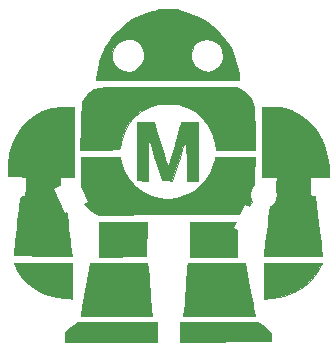
<source format=gto>
G04 #@! TF.FileFunction,Legend,Top*
%FSLAX46Y46*%
G04 Gerber Fmt 4.6, Leading zero omitted, Abs format (unit mm)*
G04 Created by KiCad (PCBNEW 4.0.7) date 09/06/18 00:22:22*
%MOMM*%
%LPD*%
G01*
G04 APERTURE LIST*
%ADD10C,0.100000*%
%ADD11C,0.010000*%
%ADD12R,2.100000X2.100000*%
%ADD13O,2.100000X2.100000*%
%ADD14C,2.200000*%
G04 APERTURE END LIST*
D10*
D11*
G36*
X161992000Y-104131334D02*
X154202667Y-104131334D01*
X154202667Y-103718136D01*
X154207779Y-103512698D01*
X154241025Y-103364738D01*
X154329275Y-103233742D01*
X154499393Y-103079199D01*
X154764163Y-102871469D01*
X155325659Y-102438000D01*
X161992000Y-102438000D01*
X161992000Y-104131334D01*
X161992000Y-104131334D01*
G37*
X161992000Y-104131334D02*
X154202667Y-104131334D01*
X154202667Y-103718136D01*
X154207779Y-103512698D01*
X154241025Y-103364738D01*
X154329275Y-103233742D01*
X154499393Y-103079199D01*
X154764163Y-102871469D01*
X155325659Y-102438000D01*
X161992000Y-102438000D01*
X161992000Y-104131334D01*
G36*
X171145036Y-102910876D02*
X171426652Y-103139245D01*
X171599600Y-103299058D01*
X171688514Y-103426184D01*
X171718029Y-103556489D01*
X171712778Y-103725840D01*
X171712016Y-103736376D01*
X171686334Y-104089000D01*
X163939334Y-104133042D01*
X163939334Y-102438000D01*
X170552373Y-102438000D01*
X171145036Y-102910876D01*
X171145036Y-102910876D01*
G37*
X171145036Y-102910876D02*
X171426652Y-103139245D01*
X171599600Y-103299058D01*
X171688514Y-103426184D01*
X171718029Y-103556489D01*
X171712778Y-103725840D01*
X171712016Y-103736376D01*
X171686334Y-104089000D01*
X163939334Y-104133042D01*
X163939334Y-102438000D01*
X170552373Y-102438000D01*
X171145036Y-102910876D01*
G36*
X161265541Y-97885879D02*
X161288268Y-98130241D01*
X161318230Y-98500344D01*
X161352120Y-98952922D01*
X161386629Y-99444710D01*
X161399950Y-99644000D01*
X161434002Y-100143924D01*
X161468925Y-100626467D01*
X161501338Y-101046850D01*
X161527860Y-101360297D01*
X161535803Y-101443167D01*
X161585293Y-101930000D01*
X155561567Y-101930000D01*
X155616720Y-101654834D01*
X155647108Y-101493917D01*
X155702012Y-101193908D01*
X155776439Y-100782458D01*
X155865399Y-100287218D01*
X155963900Y-99735839D01*
X156017907Y-99432334D01*
X156363940Y-97485000D01*
X158790717Y-97462545D01*
X161217494Y-97440091D01*
X161265541Y-97885879D01*
X161265541Y-97885879D01*
G37*
X161265541Y-97885879D02*
X161288268Y-98130241D01*
X161318230Y-98500344D01*
X161352120Y-98952922D01*
X161386629Y-99444710D01*
X161399950Y-99644000D01*
X161434002Y-100143924D01*
X161468925Y-100626467D01*
X161501338Y-101046850D01*
X161527860Y-101360297D01*
X161535803Y-101443167D01*
X161585293Y-101930000D01*
X155561567Y-101930000D01*
X155616720Y-101654834D01*
X155647108Y-101493917D01*
X155702012Y-101193908D01*
X155776439Y-100782458D01*
X155865399Y-100287218D01*
X155963900Y-99735839D01*
X156017907Y-99432334D01*
X156363940Y-97485000D01*
X158790717Y-97462545D01*
X161217494Y-97440091D01*
X161265541Y-97885879D01*
G36*
X167059296Y-97462549D02*
X169485000Y-97485000D01*
X169830532Y-99390000D01*
X169933484Y-99956915D01*
X170029694Y-100485417D01*
X170113900Y-100946711D01*
X170180843Y-101311995D01*
X170225259Y-101552474D01*
X170236535Y-101612500D01*
X170297007Y-101930000D01*
X164267625Y-101930000D01*
X164313707Y-101570167D01*
X164334698Y-101362562D01*
X164362592Y-101024149D01*
X164394502Y-100593167D01*
X164427543Y-100107858D01*
X164446287Y-99813334D01*
X164479280Y-99300642D01*
X164513284Y-98807042D01*
X164545220Y-98374934D01*
X164572009Y-98046719D01*
X164583188Y-97928216D01*
X164633591Y-97440098D01*
X167059296Y-97462549D01*
X167059296Y-97462549D01*
G37*
X167059296Y-97462549D02*
X169485000Y-97485000D01*
X169830532Y-99390000D01*
X169933484Y-99956915D01*
X170029694Y-100485417D01*
X170113900Y-100946711D01*
X170180843Y-101311995D01*
X170225259Y-101552474D01*
X170236535Y-101612500D01*
X170297007Y-101930000D01*
X164267625Y-101930000D01*
X164313707Y-101570167D01*
X164334698Y-101362562D01*
X164362592Y-101024149D01*
X164394502Y-100593167D01*
X164427543Y-100107858D01*
X164446287Y-99813334D01*
X164479280Y-99300642D01*
X164513284Y-98807042D01*
X164545220Y-98374934D01*
X164572009Y-98046719D01*
X164583188Y-97928216D01*
X164633591Y-97440098D01*
X167059296Y-97462549D01*
G36*
X154795334Y-100490667D02*
X154562500Y-100477117D01*
X154308492Y-100457384D01*
X154033334Y-100429737D01*
X153146993Y-100263517D01*
X152322351Y-99980473D01*
X151588157Y-99593179D01*
X150973162Y-99114211D01*
X150929958Y-99072296D01*
X150697489Y-98816975D01*
X150464238Y-98517357D01*
X150250559Y-98205916D01*
X150076810Y-97915127D01*
X149963346Y-97677462D01*
X149930523Y-97525397D01*
X149942779Y-97497444D01*
X150038437Y-97483306D01*
X150281479Y-97470522D01*
X150649956Y-97459582D01*
X151121921Y-97450975D01*
X151675425Y-97445192D01*
X152288521Y-97442722D01*
X152396445Y-97442667D01*
X154795334Y-97442667D01*
X154795334Y-100490667D01*
X154795334Y-100490667D01*
G37*
X154795334Y-100490667D02*
X154562500Y-100477117D01*
X154308492Y-100457384D01*
X154033334Y-100429737D01*
X153146993Y-100263517D01*
X152322351Y-99980473D01*
X151588157Y-99593179D01*
X150973162Y-99114211D01*
X150929958Y-99072296D01*
X150697489Y-98816975D01*
X150464238Y-98517357D01*
X150250559Y-98205916D01*
X150076810Y-97915127D01*
X149963346Y-97677462D01*
X149930523Y-97525397D01*
X149942779Y-97497444D01*
X150038437Y-97483306D01*
X150281479Y-97470522D01*
X150649956Y-97459582D01*
X151121921Y-97450975D01*
X151675425Y-97445192D01*
X152288521Y-97442722D01*
X152396445Y-97442667D01*
X154795334Y-97442667D01*
X154795334Y-100490667D01*
G36*
X174131824Y-97444242D02*
X174698304Y-97448696D01*
X175185056Y-97455620D01*
X175571034Y-97464605D01*
X175835187Y-97475243D01*
X175956467Y-97487125D01*
X175962000Y-97490330D01*
X175910712Y-97672704D01*
X175773888Y-97943024D01*
X175577085Y-98261438D01*
X175345862Y-98588097D01*
X175105779Y-98883151D01*
X174988321Y-99008458D01*
X174352562Y-99537667D01*
X173617748Y-99947534D01*
X172773199Y-100242629D01*
X171808236Y-100427526D01*
X171622834Y-100449254D01*
X171051334Y-100510394D01*
X171051334Y-97442667D01*
X173506667Y-97442667D01*
X174131824Y-97444242D01*
X174131824Y-97444242D01*
G37*
X174131824Y-97444242D02*
X174698304Y-97448696D01*
X175185056Y-97455620D01*
X175571034Y-97464605D01*
X175835187Y-97475243D01*
X175956467Y-97487125D01*
X175962000Y-97490330D01*
X175910712Y-97672704D01*
X175773888Y-97943024D01*
X175577085Y-98261438D01*
X175345862Y-98588097D01*
X175105779Y-98883151D01*
X174988321Y-99008458D01*
X174352562Y-99537667D01*
X173617748Y-99947534D01*
X172773199Y-100242629D01*
X171808236Y-100427526D01*
X171622834Y-100449254D01*
X171051334Y-100510394D01*
X171051334Y-97442667D01*
X173506667Y-97442667D01*
X174131824Y-97444242D01*
G36*
X161103000Y-96892334D02*
X157081334Y-96937732D01*
X157081334Y-93971334D01*
X161149332Y-93971334D01*
X161103000Y-96892334D01*
X161103000Y-96892334D01*
G37*
X161103000Y-96892334D02*
X157081334Y-96937732D01*
X157081334Y-93971334D01*
X161149332Y-93971334D01*
X161103000Y-96892334D01*
G36*
X168765334Y-96934667D02*
X164786000Y-96934667D01*
X164786000Y-93971334D01*
X168765334Y-93971334D01*
X168765334Y-96934667D01*
X168765334Y-96934667D01*
G37*
X168765334Y-96934667D02*
X164786000Y-96934667D01*
X164786000Y-93971334D01*
X168765334Y-93971334D01*
X168765334Y-96934667D01*
G36*
X154964667Y-90161334D02*
X153779334Y-90161334D01*
X153779334Y-90965667D01*
X153780803Y-91338286D01*
X153790778Y-91573290D01*
X153817603Y-91702397D01*
X153869627Y-91757327D01*
X153955197Y-91769797D01*
X153991000Y-91770000D01*
X154150266Y-91787028D01*
X154202667Y-91819627D01*
X154212322Y-91924013D01*
X154239176Y-92169725D01*
X154280060Y-92529987D01*
X154331807Y-92978021D01*
X154391249Y-93487050D01*
X154455218Y-94030296D01*
X154520547Y-94580983D01*
X154584066Y-95112333D01*
X154642609Y-95597569D01*
X154693008Y-96009914D01*
X154732094Y-96322589D01*
X154756700Y-96508819D01*
X154760220Y-96532500D01*
X154810218Y-96850000D01*
X152347442Y-96850000D01*
X151721348Y-96847908D01*
X151153941Y-96841991D01*
X150666229Y-96832793D01*
X150279221Y-96820854D01*
X150013924Y-96806717D01*
X149891346Y-96790924D01*
X149885443Y-96786500D01*
X149895419Y-96672098D01*
X149922394Y-96416658D01*
X149963218Y-96047271D01*
X150014737Y-95591030D01*
X150073802Y-95075027D01*
X150137259Y-94526353D01*
X150201958Y-93972101D01*
X150264747Y-93439361D01*
X150322474Y-92955228D01*
X150371989Y-92546791D01*
X150410138Y-92241143D01*
X150433771Y-92065377D01*
X150436996Y-92045167D01*
X150496735Y-91849955D01*
X150610588Y-91776222D01*
X150692837Y-91770000D01*
X150789279Y-91763952D01*
X150850033Y-91724621D01*
X150883345Y-91620226D01*
X150897459Y-91418987D01*
X150900621Y-91089124D01*
X150900667Y-90968963D01*
X150900667Y-90167926D01*
X150159834Y-90143463D01*
X149419000Y-90119000D01*
X149444212Y-89187667D01*
X149526822Y-88260651D01*
X149728056Y-87438730D01*
X150058252Y-86696814D01*
X150527746Y-86009815D01*
X150943013Y-85549964D01*
X151586749Y-85008568D01*
X152300452Y-84613357D01*
X153094852Y-84360142D01*
X153980674Y-84244736D01*
X154308500Y-84236137D01*
X154964667Y-84234667D01*
X154964667Y-90161334D01*
X154964667Y-90161334D01*
G37*
X154964667Y-90161334D02*
X153779334Y-90161334D01*
X153779334Y-90965667D01*
X153780803Y-91338286D01*
X153790778Y-91573290D01*
X153817603Y-91702397D01*
X153869627Y-91757327D01*
X153955197Y-91769797D01*
X153991000Y-91770000D01*
X154150266Y-91787028D01*
X154202667Y-91819627D01*
X154212322Y-91924013D01*
X154239176Y-92169725D01*
X154280060Y-92529987D01*
X154331807Y-92978021D01*
X154391249Y-93487050D01*
X154455218Y-94030296D01*
X154520547Y-94580983D01*
X154584066Y-95112333D01*
X154642609Y-95597569D01*
X154693008Y-96009914D01*
X154732094Y-96322589D01*
X154756700Y-96508819D01*
X154760220Y-96532500D01*
X154810218Y-96850000D01*
X152347442Y-96850000D01*
X151721348Y-96847908D01*
X151153941Y-96841991D01*
X150666229Y-96832793D01*
X150279221Y-96820854D01*
X150013924Y-96806717D01*
X149891346Y-96790924D01*
X149885443Y-96786500D01*
X149895419Y-96672098D01*
X149922394Y-96416658D01*
X149963218Y-96047271D01*
X150014737Y-95591030D01*
X150073802Y-95075027D01*
X150137259Y-94526353D01*
X150201958Y-93972101D01*
X150264747Y-93439361D01*
X150322474Y-92955228D01*
X150371989Y-92546791D01*
X150410138Y-92241143D01*
X150433771Y-92065377D01*
X150436996Y-92045167D01*
X150496735Y-91849955D01*
X150610588Y-91776222D01*
X150692837Y-91770000D01*
X150789279Y-91763952D01*
X150850033Y-91724621D01*
X150883345Y-91620226D01*
X150897459Y-91418987D01*
X150900621Y-91089124D01*
X150900667Y-90968963D01*
X150900667Y-90167926D01*
X150159834Y-90143463D01*
X149419000Y-90119000D01*
X149444212Y-89187667D01*
X149526822Y-88260651D01*
X149728056Y-87438730D01*
X150058252Y-86696814D01*
X150527746Y-86009815D01*
X150943013Y-85549964D01*
X151586749Y-85008568D01*
X152300452Y-84613357D01*
X153094852Y-84360142D01*
X153980674Y-84244736D01*
X154308500Y-84236137D01*
X154964667Y-84234667D01*
X154964667Y-90161334D01*
G36*
X171580500Y-84235918D02*
X172509415Y-84311967D01*
X173357209Y-84535543D01*
X174120746Y-84904992D01*
X174796893Y-85418663D01*
X175382513Y-86074904D01*
X175563668Y-86335139D01*
X175981733Y-87058995D01*
X176250894Y-87721239D01*
X176359404Y-88219246D01*
X176401010Y-88458789D01*
X176452734Y-88610052D01*
X176481793Y-88637334D01*
X176513884Y-88715686D01*
X176538765Y-88925562D01*
X176552823Y-89229190D01*
X176554667Y-89399334D01*
X176554667Y-90161334D01*
X174946000Y-90161334D01*
X174946000Y-91758753D01*
X175178834Y-91785543D01*
X175411667Y-91812334D01*
X175680481Y-94098334D01*
X175752072Y-94713585D01*
X175816957Y-95283517D01*
X175872448Y-95783518D01*
X175915855Y-96188974D01*
X175944490Y-96475274D01*
X175955647Y-96617167D01*
X175962000Y-96850000D01*
X171055567Y-96850000D01*
X171097212Y-96617167D01*
X171119387Y-96464121D01*
X171156430Y-96176225D01*
X171205157Y-95780895D01*
X171262382Y-95305548D01*
X171324922Y-94777602D01*
X171389591Y-94224472D01*
X171453204Y-93673576D01*
X171512577Y-93152331D01*
X171564526Y-92688154D01*
X171605865Y-92308461D01*
X171633409Y-92040670D01*
X171643975Y-91912197D01*
X171644000Y-91909918D01*
X171720048Y-91801603D01*
X171876834Y-91754457D01*
X172109667Y-91727667D01*
X172134011Y-90944500D01*
X172158355Y-90161334D01*
X170882000Y-90161334D01*
X170882000Y-84234667D01*
X171580500Y-84235918D01*
X171580500Y-84235918D01*
G37*
X171580500Y-84235918D02*
X172509415Y-84311967D01*
X173357209Y-84535543D01*
X174120746Y-84904992D01*
X174796893Y-85418663D01*
X175382513Y-86074904D01*
X175563668Y-86335139D01*
X175981733Y-87058995D01*
X176250894Y-87721239D01*
X176359404Y-88219246D01*
X176401010Y-88458789D01*
X176452734Y-88610052D01*
X176481793Y-88637334D01*
X176513884Y-88715686D01*
X176538765Y-88925562D01*
X176552823Y-89229190D01*
X176554667Y-89399334D01*
X176554667Y-90161334D01*
X174946000Y-90161334D01*
X174946000Y-91758753D01*
X175178834Y-91785543D01*
X175411667Y-91812334D01*
X175680481Y-94098334D01*
X175752072Y-94713585D01*
X175816957Y-95283517D01*
X175872448Y-95783518D01*
X175915855Y-96188974D01*
X175944490Y-96475274D01*
X175955647Y-96617167D01*
X175962000Y-96850000D01*
X171055567Y-96850000D01*
X171097212Y-96617167D01*
X171119387Y-96464121D01*
X171156430Y-96176225D01*
X171205157Y-95780895D01*
X171262382Y-95305548D01*
X171324922Y-94777602D01*
X171389591Y-94224472D01*
X171453204Y-93673576D01*
X171512577Y-93152331D01*
X171564526Y-92688154D01*
X171605865Y-92308461D01*
X171633409Y-92040670D01*
X171643975Y-91912197D01*
X171644000Y-91909918D01*
X171720048Y-91801603D01*
X171876834Y-91754457D01*
X172109667Y-91727667D01*
X172134011Y-90944500D01*
X172158355Y-90161334D01*
X170882000Y-90161334D01*
X170882000Y-84234667D01*
X171580500Y-84235918D01*
G36*
X159008556Y-88912500D02*
X159269414Y-89668558D01*
X159666243Y-90342768D01*
X160179984Y-90921401D01*
X160791582Y-91390728D01*
X161481979Y-91737019D01*
X162232116Y-91946546D01*
X163022938Y-92005579D01*
X163281043Y-91990483D01*
X163843543Y-91895048D01*
X164424704Y-91721845D01*
X164943778Y-91496513D01*
X165081846Y-91418640D01*
X165508439Y-91093725D01*
X165923466Y-90659794D01*
X166297995Y-90158711D01*
X166603095Y-89632338D01*
X166809835Y-89122537D01*
X166877743Y-88820050D01*
X166924963Y-88468000D01*
X170301594Y-88468000D01*
X170274297Y-90231787D01*
X170247000Y-91995573D01*
X169990997Y-92409335D01*
X169771125Y-92700961D01*
X169501701Y-92974477D01*
X169369916Y-93079715D01*
X169004837Y-93336334D01*
X163021919Y-93354472D01*
X157039000Y-93372611D01*
X156641849Y-93164898D01*
X156361425Y-92984490D01*
X156111273Y-92768347D01*
X156030635Y-92676535D01*
X155876228Y-92462054D01*
X155759404Y-92258656D01*
X155674986Y-92038398D01*
X155617797Y-91773341D01*
X155582662Y-91435541D01*
X155564404Y-90997058D01*
X155557846Y-90429950D01*
X155557334Y-90121720D01*
X155557334Y-88468000D01*
X158903927Y-88468000D01*
X159008556Y-88912500D01*
X159008556Y-88912500D01*
G37*
X159008556Y-88912500D02*
X159269414Y-89668558D01*
X159666243Y-90342768D01*
X160179984Y-90921401D01*
X160791582Y-91390728D01*
X161481979Y-91737019D01*
X162232116Y-91946546D01*
X163022938Y-92005579D01*
X163281043Y-91990483D01*
X163843543Y-91895048D01*
X164424704Y-91721845D01*
X164943778Y-91496513D01*
X165081846Y-91418640D01*
X165508439Y-91093725D01*
X165923466Y-90659794D01*
X166297995Y-90158711D01*
X166603095Y-89632338D01*
X166809835Y-89122537D01*
X166877743Y-88820050D01*
X166924963Y-88468000D01*
X170301594Y-88468000D01*
X170274297Y-90231787D01*
X170247000Y-91995573D01*
X169990997Y-92409335D01*
X169771125Y-92700961D01*
X169501701Y-92974477D01*
X169369916Y-93079715D01*
X169004837Y-93336334D01*
X163021919Y-93354472D01*
X157039000Y-93372611D01*
X156641849Y-93164898D01*
X156361425Y-92984490D01*
X156111273Y-92768347D01*
X156030635Y-92676535D01*
X155876228Y-92462054D01*
X155759404Y-92258656D01*
X155674986Y-92038398D01*
X155617797Y-91773341D01*
X155582662Y-91435541D01*
X155564404Y-90997058D01*
X155557846Y-90429950D01*
X155557334Y-90121720D01*
X155557334Y-88468000D01*
X158903927Y-88468000D01*
X159008556Y-88912500D01*
G36*
X165463334Y-90500000D02*
X164532000Y-90500000D01*
X164532000Y-88933667D01*
X164530280Y-88374443D01*
X164523961Y-87963117D01*
X164511307Y-87678279D01*
X164490583Y-87498517D01*
X164460053Y-87402420D01*
X164417980Y-87368577D01*
X164405000Y-87367334D01*
X164292499Y-87423051D01*
X164278000Y-87471010D01*
X164253196Y-87581678D01*
X164184302Y-87825690D01*
X164079597Y-88175356D01*
X163947358Y-88602988D01*
X163808443Y-89041633D01*
X163338885Y-90508580D01*
X162898276Y-90483123D01*
X162457667Y-90457667D01*
X162108435Y-89399334D01*
X161959163Y-88938518D01*
X161813771Y-88474922D01*
X161689282Y-88063686D01*
X161605280Y-87769500D01*
X161508195Y-87464917D01*
X161413078Y-87263630D01*
X161340679Y-87198000D01*
X161301104Y-87231939D01*
X161271638Y-87346084D01*
X161251040Y-87558924D01*
X161238073Y-87888951D01*
X161231495Y-88354656D01*
X161230000Y-88849000D01*
X161230000Y-90500000D01*
X160820778Y-90500000D01*
X160569961Y-90489200D01*
X160395292Y-90461763D01*
X160355111Y-90443556D01*
X160340664Y-90347552D01*
X160327584Y-90103981D01*
X160316362Y-89734610D01*
X160307490Y-89261203D01*
X160301460Y-88705524D01*
X160298764Y-88089339D01*
X160298667Y-87945889D01*
X160298667Y-85504667D01*
X161732174Y-85504667D01*
X162025947Y-86457167D01*
X162179126Y-86954332D01*
X162349017Y-87506558D01*
X162509577Y-88029153D01*
X162585768Y-88277500D01*
X162703114Y-88631517D01*
X162814144Y-88915858D01*
X162904721Y-89097076D01*
X162952570Y-89145334D01*
X163006585Y-89066666D01*
X163097418Y-88843376D01*
X163218537Y-88494530D01*
X163363412Y-88039196D01*
X163525510Y-87496441D01*
X163568866Y-87346167D01*
X164084409Y-85547000D01*
X164773871Y-85522409D01*
X165463334Y-85497819D01*
X165463334Y-90500000D01*
X165463334Y-90500000D01*
G37*
X165463334Y-90500000D02*
X164532000Y-90500000D01*
X164532000Y-88933667D01*
X164530280Y-88374443D01*
X164523961Y-87963117D01*
X164511307Y-87678279D01*
X164490583Y-87498517D01*
X164460053Y-87402420D01*
X164417980Y-87368577D01*
X164405000Y-87367334D01*
X164292499Y-87423051D01*
X164278000Y-87471010D01*
X164253196Y-87581678D01*
X164184302Y-87825690D01*
X164079597Y-88175356D01*
X163947358Y-88602988D01*
X163808443Y-89041633D01*
X163338885Y-90508580D01*
X162898276Y-90483123D01*
X162457667Y-90457667D01*
X162108435Y-89399334D01*
X161959163Y-88938518D01*
X161813771Y-88474922D01*
X161689282Y-88063686D01*
X161605280Y-87769500D01*
X161508195Y-87464917D01*
X161413078Y-87263630D01*
X161340679Y-87198000D01*
X161301104Y-87231939D01*
X161271638Y-87346084D01*
X161251040Y-87558924D01*
X161238073Y-87888951D01*
X161231495Y-88354656D01*
X161230000Y-88849000D01*
X161230000Y-90500000D01*
X160820778Y-90500000D01*
X160569961Y-90489200D01*
X160395292Y-90461763D01*
X160355111Y-90443556D01*
X160340664Y-90347552D01*
X160327584Y-90103981D01*
X160316362Y-89734610D01*
X160307490Y-89261203D01*
X160301460Y-88705524D01*
X160298764Y-88089339D01*
X160298667Y-87945889D01*
X160298667Y-85504667D01*
X161732174Y-85504667D01*
X162025947Y-86457167D01*
X162179126Y-86954332D01*
X162349017Y-87506558D01*
X162509577Y-88029153D01*
X162585768Y-88277500D01*
X162703114Y-88631517D01*
X162814144Y-88915858D01*
X162904721Y-89097076D01*
X162952570Y-89145334D01*
X163006585Y-89066666D01*
X163097418Y-88843376D01*
X163218537Y-88494530D01*
X163363412Y-88039196D01*
X163525510Y-87496441D01*
X163568866Y-87346167D01*
X164084409Y-85547000D01*
X164773871Y-85522409D01*
X165463334Y-85497819D01*
X165463334Y-90500000D01*
G36*
X166092310Y-82555758D02*
X166900572Y-82560418D01*
X167563205Y-82568179D01*
X168086131Y-82579109D01*
X168475270Y-82593278D01*
X168736543Y-82610754D01*
X168872887Y-82630791D01*
X169218492Y-82791197D01*
X169569440Y-83067513D01*
X169881511Y-83413729D01*
X170110486Y-83783837D01*
X170190473Y-84001706D01*
X170225720Y-84233882D01*
X170254316Y-84610582D01*
X170275113Y-85107085D01*
X170286966Y-85698672D01*
X170289334Y-86134826D01*
X170289334Y-87875334D01*
X167002633Y-87875334D01*
X166904058Y-87290913D01*
X166688268Y-86500331D01*
X166327686Y-85785529D01*
X165835988Y-85162612D01*
X165226849Y-84647680D01*
X164513946Y-84256837D01*
X164236744Y-84150371D01*
X163867831Y-84050909D01*
X163447154Y-83996826D01*
X162923334Y-83980667D01*
X162086725Y-84046502D01*
X161346237Y-84247604D01*
X160689331Y-84589362D01*
X160103471Y-85077167D01*
X159924314Y-85270286D01*
X159619780Y-85653820D01*
X159381620Y-86045940D01*
X159192719Y-86486684D01*
X159035964Y-87016091D01*
X158894239Y-87674199D01*
X158892220Y-87684834D01*
X158875897Y-87750026D01*
X158840133Y-87798337D01*
X158762380Y-87832296D01*
X158620090Y-87854433D01*
X158390717Y-87867277D01*
X158051713Y-87873358D01*
X157580529Y-87875205D01*
X157194112Y-87875334D01*
X155532116Y-87875334D01*
X155579183Y-85949167D01*
X155596629Y-85381629D01*
X155619399Y-84859779D01*
X155645751Y-84411283D01*
X155673939Y-84063805D01*
X155702221Y-83845012D01*
X155715014Y-83794593D01*
X155823085Y-83600391D01*
X156001327Y-83356008D01*
X156118692Y-83217612D01*
X156224711Y-83096605D01*
X156316852Y-82992027D01*
X156407593Y-82902635D01*
X156509414Y-82827190D01*
X156634792Y-82764450D01*
X156796205Y-82713175D01*
X157006134Y-82672123D01*
X157277055Y-82640054D01*
X157621447Y-82615727D01*
X158051789Y-82597901D01*
X158580559Y-82585334D01*
X159220235Y-82576786D01*
X159983296Y-82571017D01*
X160882221Y-82566784D01*
X161929487Y-82562848D01*
X162734554Y-82559700D01*
X164015222Y-82555468D01*
X165132501Y-82554131D01*
X166092310Y-82555758D01*
X166092310Y-82555758D01*
G37*
X166092310Y-82555758D02*
X166900572Y-82560418D01*
X167563205Y-82568179D01*
X168086131Y-82579109D01*
X168475270Y-82593278D01*
X168736543Y-82610754D01*
X168872887Y-82630791D01*
X169218492Y-82791197D01*
X169569440Y-83067513D01*
X169881511Y-83413729D01*
X170110486Y-83783837D01*
X170190473Y-84001706D01*
X170225720Y-84233882D01*
X170254316Y-84610582D01*
X170275113Y-85107085D01*
X170286966Y-85698672D01*
X170289334Y-86134826D01*
X170289334Y-87875334D01*
X167002633Y-87875334D01*
X166904058Y-87290913D01*
X166688268Y-86500331D01*
X166327686Y-85785529D01*
X165835988Y-85162612D01*
X165226849Y-84647680D01*
X164513946Y-84256837D01*
X164236744Y-84150371D01*
X163867831Y-84050909D01*
X163447154Y-83996826D01*
X162923334Y-83980667D01*
X162086725Y-84046502D01*
X161346237Y-84247604D01*
X160689331Y-84589362D01*
X160103471Y-85077167D01*
X159924314Y-85270286D01*
X159619780Y-85653820D01*
X159381620Y-86045940D01*
X159192719Y-86486684D01*
X159035964Y-87016091D01*
X158894239Y-87674199D01*
X158892220Y-87684834D01*
X158875897Y-87750026D01*
X158840133Y-87798337D01*
X158762380Y-87832296D01*
X158620090Y-87854433D01*
X158390717Y-87867277D01*
X158051713Y-87873358D01*
X157580529Y-87875205D01*
X157194112Y-87875334D01*
X155532116Y-87875334D01*
X155579183Y-85949167D01*
X155596629Y-85381629D01*
X155619399Y-84859779D01*
X155645751Y-84411283D01*
X155673939Y-84063805D01*
X155702221Y-83845012D01*
X155715014Y-83794593D01*
X155823085Y-83600391D01*
X156001327Y-83356008D01*
X156118692Y-83217612D01*
X156224711Y-83096605D01*
X156316852Y-82992027D01*
X156407593Y-82902635D01*
X156509414Y-82827190D01*
X156634792Y-82764450D01*
X156796205Y-82713175D01*
X157006134Y-82672123D01*
X157277055Y-82640054D01*
X157621447Y-82615727D01*
X158051789Y-82597901D01*
X158580559Y-82585334D01*
X159220235Y-82576786D01*
X159983296Y-82571017D01*
X160882221Y-82566784D01*
X161929487Y-82562848D01*
X162734554Y-82559700D01*
X164015222Y-82555468D01*
X165132501Y-82554131D01*
X166092310Y-82555758D01*
G36*
X163285640Y-75939833D02*
X163556839Y-75953087D01*
X163736438Y-75977494D01*
X163784111Y-76000834D01*
X163874351Y-76051112D01*
X164085746Y-76124290D01*
X164374418Y-76205365D01*
X164405000Y-76213117D01*
X165333490Y-76531668D01*
X166191720Y-76997220D01*
X166963198Y-77596203D01*
X167631432Y-78315048D01*
X168179929Y-79140184D01*
X168340284Y-79451000D01*
X168561999Y-79979749D01*
X168744707Y-80544557D01*
X168873244Y-81089388D01*
X168932450Y-81558203D01*
X168934667Y-81647880D01*
X168934667Y-81948667D01*
X156888616Y-81948667D01*
X156943838Y-81409672D01*
X156998268Y-81027251D01*
X157078286Y-80628062D01*
X157133319Y-80414839D01*
X157259169Y-80057760D01*
X157389046Y-79753024D01*
X158215715Y-79753024D01*
X158237112Y-80167158D01*
X158401164Y-80588788D01*
X158466969Y-80693256D01*
X158780514Y-81011191D01*
X159181321Y-81205670D01*
X159630446Y-81266129D01*
X160088942Y-81182007D01*
X160163225Y-81153317D01*
X160527404Y-80918557D01*
X160782723Y-80586713D01*
X160925896Y-80193093D01*
X160953637Y-79773004D01*
X160934080Y-79684597D01*
X164906828Y-79684597D01*
X164906894Y-80113087D01*
X165034927Y-80504808D01*
X165270318Y-80837826D01*
X165592460Y-81090207D01*
X165980742Y-81240018D01*
X166414558Y-81265326D01*
X166851892Y-81153317D01*
X167083614Y-81008798D01*
X167314485Y-80793444D01*
X167370678Y-80725452D01*
X167519497Y-80491541D01*
X167592313Y-80247581D01*
X167613566Y-79933139D01*
X167552369Y-79427469D01*
X167361154Y-79022848D01*
X167050999Y-78730861D01*
X166632983Y-78563092D01*
X166267667Y-78525714D01*
X165786746Y-78593309D01*
X165402582Y-78798853D01*
X165108156Y-79146490D01*
X165055338Y-79241271D01*
X164906828Y-79684597D01*
X160934080Y-79684597D01*
X160862662Y-79361756D01*
X160649685Y-78994657D01*
X160386435Y-78754562D01*
X159967189Y-78552697D01*
X159551114Y-78499210D01*
X159158136Y-78573973D01*
X158808181Y-78756862D01*
X158521175Y-79027750D01*
X158317044Y-79366513D01*
X158215715Y-79753024D01*
X157389046Y-79753024D01*
X157437613Y-79639070D01*
X157641929Y-79214335D01*
X157845393Y-78839121D01*
X158020668Y-78569793D01*
X158327254Y-78212257D01*
X158717898Y-77815782D01*
X159141135Y-77428384D01*
X159545502Y-77098080D01*
X159764551Y-76942768D01*
X160085754Y-76758481D01*
X160480179Y-76568765D01*
X160903071Y-76391230D01*
X161309678Y-76243491D01*
X161655244Y-76143159D01*
X161886167Y-76107800D01*
X162034884Y-76075008D01*
X162076667Y-76022000D01*
X162153998Y-75987571D01*
X162357019Y-75961601D01*
X162642271Y-75944629D01*
X162966298Y-75937194D01*
X163285640Y-75939833D01*
X163285640Y-75939833D01*
G37*
X163285640Y-75939833D02*
X163556839Y-75953087D01*
X163736438Y-75977494D01*
X163784111Y-76000834D01*
X163874351Y-76051112D01*
X164085746Y-76124290D01*
X164374418Y-76205365D01*
X164405000Y-76213117D01*
X165333490Y-76531668D01*
X166191720Y-76997220D01*
X166963198Y-77596203D01*
X167631432Y-78315048D01*
X168179929Y-79140184D01*
X168340284Y-79451000D01*
X168561999Y-79979749D01*
X168744707Y-80544557D01*
X168873244Y-81089388D01*
X168932450Y-81558203D01*
X168934667Y-81647880D01*
X168934667Y-81948667D01*
X156888616Y-81948667D01*
X156943838Y-81409672D01*
X156998268Y-81027251D01*
X157078286Y-80628062D01*
X157133319Y-80414839D01*
X157259169Y-80057760D01*
X157389046Y-79753024D01*
X158215715Y-79753024D01*
X158237112Y-80167158D01*
X158401164Y-80588788D01*
X158466969Y-80693256D01*
X158780514Y-81011191D01*
X159181321Y-81205670D01*
X159630446Y-81266129D01*
X160088942Y-81182007D01*
X160163225Y-81153317D01*
X160527404Y-80918557D01*
X160782723Y-80586713D01*
X160925896Y-80193093D01*
X160953637Y-79773004D01*
X160934080Y-79684597D01*
X164906828Y-79684597D01*
X164906894Y-80113087D01*
X165034927Y-80504808D01*
X165270318Y-80837826D01*
X165592460Y-81090207D01*
X165980742Y-81240018D01*
X166414558Y-81265326D01*
X166851892Y-81153317D01*
X167083614Y-81008798D01*
X167314485Y-80793444D01*
X167370678Y-80725452D01*
X167519497Y-80491541D01*
X167592313Y-80247581D01*
X167613566Y-79933139D01*
X167552369Y-79427469D01*
X167361154Y-79022848D01*
X167050999Y-78730861D01*
X166632983Y-78563092D01*
X166267667Y-78525714D01*
X165786746Y-78593309D01*
X165402582Y-78798853D01*
X165108156Y-79146490D01*
X165055338Y-79241271D01*
X164906828Y-79684597D01*
X160934080Y-79684597D01*
X160862662Y-79361756D01*
X160649685Y-78994657D01*
X160386435Y-78754562D01*
X159967189Y-78552697D01*
X159551114Y-78499210D01*
X159158136Y-78573973D01*
X158808181Y-78756862D01*
X158521175Y-79027750D01*
X158317044Y-79366513D01*
X158215715Y-79753024D01*
X157389046Y-79753024D01*
X157437613Y-79639070D01*
X157641929Y-79214335D01*
X157845393Y-78839121D01*
X158020668Y-78569793D01*
X158327254Y-78212257D01*
X158717898Y-77815782D01*
X159141135Y-77428384D01*
X159545502Y-77098080D01*
X159764551Y-76942768D01*
X160085754Y-76758481D01*
X160480179Y-76568765D01*
X160903071Y-76391230D01*
X161309678Y-76243491D01*
X161655244Y-76143159D01*
X161886167Y-76107800D01*
X162034884Y-76075008D01*
X162076667Y-76022000D01*
X162153998Y-75987571D01*
X162357019Y-75961601D01*
X162642271Y-75944629D01*
X162966298Y-75937194D01*
X163285640Y-75939833D01*
%LPC*%
G36*
X163132559Y-84067440D02*
X163262785Y-84079731D01*
X163326780Y-84098330D01*
X163331000Y-84105333D01*
X163367625Y-84135684D01*
X163451228Y-84147666D01*
X163611897Y-84165032D01*
X163825490Y-84212530D01*
X164068795Y-84283262D01*
X164318598Y-84370331D01*
X164551684Y-84466836D01*
X164597968Y-84488435D01*
X165112004Y-84777944D01*
X165565028Y-85126108D01*
X165957897Y-85533785D01*
X166291466Y-86001829D01*
X166503897Y-86394365D01*
X166601544Y-86620730D01*
X166691256Y-86868869D01*
X166766135Y-87115567D01*
X166819282Y-87337611D01*
X166843800Y-87511787D01*
X166844667Y-87541105D01*
X166857562Y-87627304D01*
X166887000Y-87661333D01*
X166907616Y-87701129D01*
X166922215Y-87810582D01*
X166929045Y-87974789D01*
X166929333Y-88021166D01*
X166924651Y-88196404D01*
X166911774Y-88320499D01*
X166892456Y-88378550D01*
X166887000Y-88381000D01*
X166856648Y-88417624D01*
X166844667Y-88501228D01*
X166827301Y-88661896D01*
X166779803Y-88875490D01*
X166709070Y-89118795D01*
X166622002Y-89368598D01*
X166525496Y-89601684D01*
X166503897Y-89647967D01*
X166213710Y-90161894D01*
X165863246Y-90616562D01*
X165453607Y-91010876D01*
X164985891Y-91343742D01*
X164585222Y-91558256D01*
X164351824Y-91657523D01*
X164100644Y-91747515D01*
X163854427Y-91821484D01*
X163635917Y-91872684D01*
X163467859Y-91894367D01*
X163451228Y-91894666D01*
X163365029Y-91907562D01*
X163331000Y-91937000D01*
X163291037Y-91957284D01*
X163180412Y-91971753D01*
X163013025Y-91978864D01*
X162950000Y-91979333D01*
X162767440Y-91974892D01*
X162637215Y-91962601D01*
X162573220Y-91944002D01*
X162569000Y-91937000D01*
X162532667Y-91905556D01*
X162459636Y-91894666D01*
X162312629Y-91878355D01*
X162111195Y-91833899D01*
X161878063Y-91768015D01*
X161635962Y-91687422D01*
X161407623Y-91598838D01*
X161305624Y-91553604D01*
X160799688Y-91271458D01*
X160346870Y-90924093D01*
X159950271Y-90514605D01*
X159612994Y-90046089D01*
X159396102Y-89647967D01*
X159298456Y-89421602D01*
X159208744Y-89173463D01*
X159133865Y-88926765D01*
X159080718Y-88704721D01*
X159056200Y-88530545D01*
X159055333Y-88501228D01*
X159042437Y-88415028D01*
X159013000Y-88381000D01*
X158992384Y-88341204D01*
X158977784Y-88231751D01*
X158970955Y-88067543D01*
X158970667Y-88021166D01*
X158974632Y-87858562D01*
X158985212Y-87734199D01*
X159000438Y-87667512D01*
X159007171Y-87661333D01*
X159031821Y-87623194D01*
X159056620Y-87524994D01*
X159070422Y-87433765D01*
X159163865Y-86975686D01*
X159332364Y-86515255D01*
X159567736Y-86065594D01*
X159861796Y-85639824D01*
X160096220Y-85375333D01*
X160240667Y-85375333D01*
X160240667Y-90667000D01*
X161383667Y-90667000D01*
X161386685Y-89111250D01*
X161389704Y-87555500D01*
X161485602Y-87894166D01*
X161523612Y-88022326D01*
X161583646Y-88217178D01*
X161661357Y-88464958D01*
X161752396Y-88751905D01*
X161852415Y-89064254D01*
X161957066Y-89388244D01*
X161977464Y-89451058D01*
X162373429Y-90669284D01*
X162942001Y-90657558D01*
X163510572Y-90645833D01*
X163779315Y-89820333D01*
X163876778Y-89519179D01*
X163979918Y-89197442D01*
X164080343Y-88881503D01*
X164169661Y-88597743D01*
X164229279Y-88405785D01*
X164410500Y-87816737D01*
X164431667Y-89231285D01*
X164452833Y-90645833D01*
X165056083Y-90657578D01*
X165659333Y-90669324D01*
X165659333Y-85375333D01*
X164836686Y-85375333D01*
X164551767Y-85375928D01*
X164340281Y-85378371D01*
X164190998Y-85383647D01*
X164092689Y-85392740D01*
X164034125Y-85406637D01*
X164004076Y-85426322D01*
X163992243Y-85449416D01*
X163976305Y-85505154D01*
X163939905Y-85633346D01*
X163885596Y-85824970D01*
X163815935Y-86071001D01*
X163733474Y-86362418D01*
X163640768Y-86690196D01*
X163540373Y-87045311D01*
X163497878Y-87195666D01*
X163395207Y-87557367D01*
X163298889Y-87893626D01*
X163211489Y-88195718D01*
X163135571Y-88454913D01*
X163073699Y-88662486D01*
X163028437Y-88809707D01*
X163002350Y-88887849D01*
X162997687Y-88898016D01*
X162979381Y-88866329D01*
X162939966Y-88762579D01*
X162882452Y-88595864D01*
X162809846Y-88375282D01*
X162725157Y-88109929D01*
X162631394Y-87808902D01*
X162556720Y-87564516D01*
X162451494Y-87217638D01*
X162348098Y-86877292D01*
X162250648Y-86557001D01*
X162163265Y-86270285D01*
X162090068Y-86030667D01*
X162035176Y-85851669D01*
X162015558Y-85788083D01*
X161887744Y-85375333D01*
X160240667Y-85375333D01*
X160096220Y-85375333D01*
X160206361Y-85251066D01*
X160593246Y-84912441D01*
X160685564Y-84844306D01*
X160926842Y-84690572D01*
X161206170Y-84542512D01*
X161504492Y-84407651D01*
X161802752Y-84293512D01*
X162081892Y-84207620D01*
X162322857Y-84157499D01*
X162449973Y-84147666D01*
X162535635Y-84134651D01*
X162569000Y-84105333D01*
X162608963Y-84085048D01*
X162719587Y-84070579D01*
X162886975Y-84063468D01*
X162950000Y-84063000D01*
X163132559Y-84067440D01*
X163132559Y-84067440D01*
G37*
X163132559Y-84067440D02*
X163262785Y-84079731D01*
X163326780Y-84098330D01*
X163331000Y-84105333D01*
X163367625Y-84135684D01*
X163451228Y-84147666D01*
X163611897Y-84165032D01*
X163825490Y-84212530D01*
X164068795Y-84283262D01*
X164318598Y-84370331D01*
X164551684Y-84466836D01*
X164597968Y-84488435D01*
X165112004Y-84777944D01*
X165565028Y-85126108D01*
X165957897Y-85533785D01*
X166291466Y-86001829D01*
X166503897Y-86394365D01*
X166601544Y-86620730D01*
X166691256Y-86868869D01*
X166766135Y-87115567D01*
X166819282Y-87337611D01*
X166843800Y-87511787D01*
X166844667Y-87541105D01*
X166857562Y-87627304D01*
X166887000Y-87661333D01*
X166907616Y-87701129D01*
X166922215Y-87810582D01*
X166929045Y-87974789D01*
X166929333Y-88021166D01*
X166924651Y-88196404D01*
X166911774Y-88320499D01*
X166892456Y-88378550D01*
X166887000Y-88381000D01*
X166856648Y-88417624D01*
X166844667Y-88501228D01*
X166827301Y-88661896D01*
X166779803Y-88875490D01*
X166709070Y-89118795D01*
X166622002Y-89368598D01*
X166525496Y-89601684D01*
X166503897Y-89647967D01*
X166213710Y-90161894D01*
X165863246Y-90616562D01*
X165453607Y-91010876D01*
X164985891Y-91343742D01*
X164585222Y-91558256D01*
X164351824Y-91657523D01*
X164100644Y-91747515D01*
X163854427Y-91821484D01*
X163635917Y-91872684D01*
X163467859Y-91894367D01*
X163451228Y-91894666D01*
X163365029Y-91907562D01*
X163331000Y-91937000D01*
X163291037Y-91957284D01*
X163180412Y-91971753D01*
X163013025Y-91978864D01*
X162950000Y-91979333D01*
X162767440Y-91974892D01*
X162637215Y-91962601D01*
X162573220Y-91944002D01*
X162569000Y-91937000D01*
X162532667Y-91905556D01*
X162459636Y-91894666D01*
X162312629Y-91878355D01*
X162111195Y-91833899D01*
X161878063Y-91768015D01*
X161635962Y-91687422D01*
X161407623Y-91598838D01*
X161305624Y-91553604D01*
X160799688Y-91271458D01*
X160346870Y-90924093D01*
X159950271Y-90514605D01*
X159612994Y-90046089D01*
X159396102Y-89647967D01*
X159298456Y-89421602D01*
X159208744Y-89173463D01*
X159133865Y-88926765D01*
X159080718Y-88704721D01*
X159056200Y-88530545D01*
X159055333Y-88501228D01*
X159042437Y-88415028D01*
X159013000Y-88381000D01*
X158992384Y-88341204D01*
X158977784Y-88231751D01*
X158970955Y-88067543D01*
X158970667Y-88021166D01*
X158974632Y-87858562D01*
X158985212Y-87734199D01*
X159000438Y-87667512D01*
X159007171Y-87661333D01*
X159031821Y-87623194D01*
X159056620Y-87524994D01*
X159070422Y-87433765D01*
X159163865Y-86975686D01*
X159332364Y-86515255D01*
X159567736Y-86065594D01*
X159861796Y-85639824D01*
X160096220Y-85375333D01*
X160240667Y-85375333D01*
X160240667Y-90667000D01*
X161383667Y-90667000D01*
X161386685Y-89111250D01*
X161389704Y-87555500D01*
X161485602Y-87894166D01*
X161523612Y-88022326D01*
X161583646Y-88217178D01*
X161661357Y-88464958D01*
X161752396Y-88751905D01*
X161852415Y-89064254D01*
X161957066Y-89388244D01*
X161977464Y-89451058D01*
X162373429Y-90669284D01*
X162942001Y-90657558D01*
X163510572Y-90645833D01*
X163779315Y-89820333D01*
X163876778Y-89519179D01*
X163979918Y-89197442D01*
X164080343Y-88881503D01*
X164169661Y-88597743D01*
X164229279Y-88405785D01*
X164410500Y-87816737D01*
X164431667Y-89231285D01*
X164452833Y-90645833D01*
X165056083Y-90657578D01*
X165659333Y-90669324D01*
X165659333Y-85375333D01*
X164836686Y-85375333D01*
X164551767Y-85375928D01*
X164340281Y-85378371D01*
X164190998Y-85383647D01*
X164092689Y-85392740D01*
X164034125Y-85406637D01*
X164004076Y-85426322D01*
X163992243Y-85449416D01*
X163976305Y-85505154D01*
X163939905Y-85633346D01*
X163885596Y-85824970D01*
X163815935Y-86071001D01*
X163733474Y-86362418D01*
X163640768Y-86690196D01*
X163540373Y-87045311D01*
X163497878Y-87195666D01*
X163395207Y-87557367D01*
X163298889Y-87893626D01*
X163211489Y-88195718D01*
X163135571Y-88454913D01*
X163073699Y-88662486D01*
X163028437Y-88809707D01*
X163002350Y-88887849D01*
X162997687Y-88898016D01*
X162979381Y-88866329D01*
X162939966Y-88762579D01*
X162882452Y-88595864D01*
X162809846Y-88375282D01*
X162725157Y-88109929D01*
X162631394Y-87808902D01*
X162556720Y-87564516D01*
X162451494Y-87217638D01*
X162348098Y-86877292D01*
X162250648Y-86557001D01*
X162163265Y-86270285D01*
X162090068Y-86030667D01*
X162035176Y-85851669D01*
X162015558Y-85788083D01*
X161887744Y-85375333D01*
X160240667Y-85375333D01*
X160096220Y-85375333D01*
X160206361Y-85251066D01*
X160593246Y-84912441D01*
X160685564Y-84844306D01*
X160926842Y-84690572D01*
X161206170Y-84542512D01*
X161504492Y-84407651D01*
X161802752Y-84293512D01*
X162081892Y-84207620D01*
X162322857Y-84157499D01*
X162449973Y-84147666D01*
X162535635Y-84134651D01*
X162569000Y-84105333D01*
X162608963Y-84085048D01*
X162719587Y-84070579D01*
X162886975Y-84063468D01*
X162950000Y-84063000D01*
X163132559Y-84067440D01*
D12*
X163000000Y-100000000D03*
D13*
X163000000Y-97460000D03*
X163000000Y-94920000D03*
D10*
G36*
X153288181Y-91217942D02*
X155282058Y-90288181D01*
X156211819Y-92282058D01*
X154217942Y-93211819D01*
X153288181Y-91217942D01*
X153288181Y-91217942D01*
G37*
D14*
X155823450Y-94052022D03*
D10*
G36*
X170532058Y-95461819D02*
X168538181Y-94532058D01*
X169467942Y-92538181D01*
X171461819Y-93467942D01*
X170532058Y-95461819D01*
X170532058Y-95461819D01*
G37*
D14*
X171073450Y-91697978D03*
M02*

</source>
